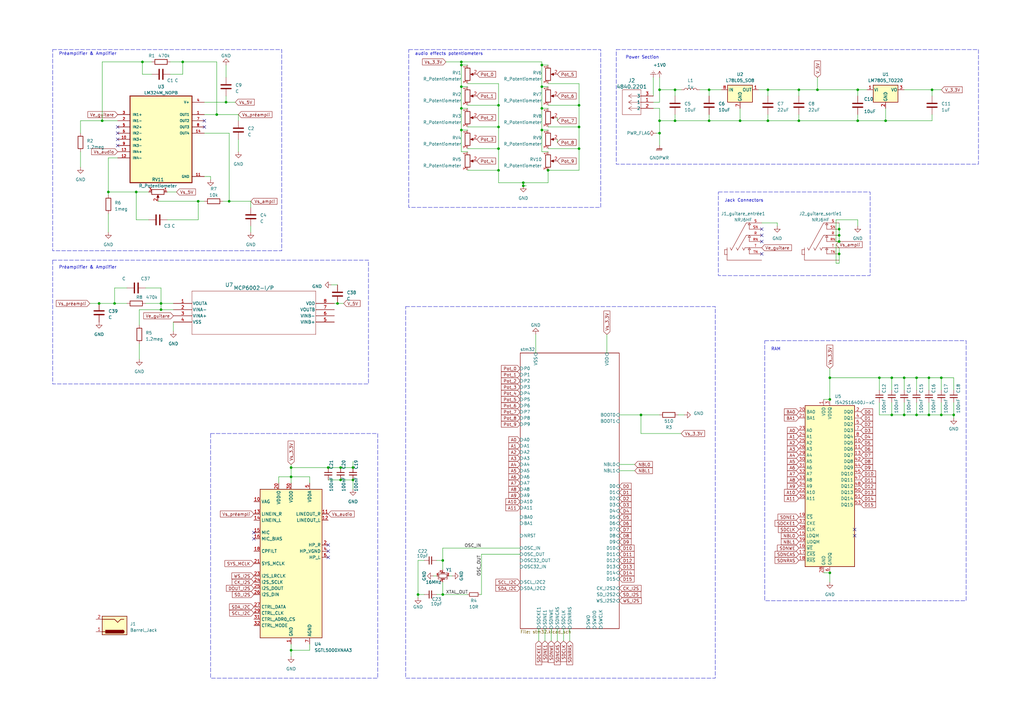
<source format=kicad_sch>
(kicad_sch (version 20230121) (generator eeschema)
  (paper "A3")
  (title_block (title "Schéma electrique de la pédale multi-effets") (date "2023-10-17") (company "PME - ENSEA") (comment 1 "Camille LANFREDI") (comment 2 "Jolan Thomasset") (comment 3 "Luca Crosetto"))
  (lib_symbols
    (symbol "2023-11-07_21-38-13:MCP6002-I_P" (pin_names (offset 0.254))
      (property "Reference" "U" (at 33.02 10.16 0))
      (property "Value" "MCP6002-I/P" (at 33.02 7.62 0))
      (symbol "MCP6002-I_P_0_1"
        (pin unspecified line (at 0 0 0) (length 7.62) (name "VOUTA") (number "1"))
        (pin unspecified line (at 0 -2.54 0) (length 7.62) (name "VINA-") (number "2"))
        (pin unspecified line (at 0 -5.08 0) (length 7.62) (name "VINA+") (number "3"))
        (pin unspecified line (at 0 -7.62 0) (length 7.62) (name "VSS") (number "4"))
        (pin unspecified line (at 66.04 -7.62 180) (length 7.62) (name "VINB+") (number "5"))
        (pin unspecified line (at 66.04 -5.08 180) (length 7.62) (name "VINB-") (number "6"))
        (pin unspecified line (at 66.04 -2.54 180) (length 7.62) (name "VOUTB") (number "7"))
        (pin unspecified line (at 66.04 0 180) (length 7.62) (name "VDD") (number "8"))
      )
    )
    (symbol "2023-11-07_22-49-07:4840.2201" (pin_names (offset 0.254))
      (property "Reference" "J" (at 8.89 6.35 0))
      (property "Value" "4840.2201" (at 0 0 0))
      (symbol "4840.2201_1_1"
        (pin unspecified line (at 0 -2.54 0) (length 5.08) (name "1") (number "1"))
        (pin unspecified line (at 0 0 0) (length 5.08) (name "2") (number "2"))
        (pin unspecified line (at 0 -5.08 0) (length 5.08) (name "3") (number "3"))
      )
      (symbol "4840.2201_1_2"
        (pin unspecified line (at 0 -2.54 0) (length 5.08) (name "1") (number "1"))
        (pin unspecified line (at 0 0 0) (length 5.08) (name "2") (number "2"))
        (pin unspecified line (at 0 -5.08 0) (length 5.08) (name "3") (number "3"))
      )
    )
    (symbol "Audio:SGTL5000XNAA3"
      (property "Reference" "U" (at 0 0 0))
      (property "Value" "SGTL5000XNAA3" (at -7.62 -31.75 0))
      (symbol "SGTL5000XNAA3_1_1"
        (pin power_in line (at 0 -33.02 90) (length 2.54) (name "GND") (number "1"))
        (pin passive line (at -15.24 25.4 0) (length 2.54) (name "VAG") (number "10"))
        (pin output line (at 15.24 20.32 180) (length 2.54) (name "LINEOUT_R") (number "11"))
        (pin output line (at 15.24 17.78 180) (length 2.54) (name "LINEOUT_L") (number "12"))
        (pin input line (at -15.24 20.32 0) (length 2.54) (name "LINEIN_R") (number "13"))
        (pin input line (at -15.24 17.78 0) (length 2.54) (name "LINEIN_L") (number "14"))
        (pin input line (at -15.24 12.7 0) (length 2.54) (name "MIC") (number "15"))
        (pin input line (at -15.24 10.16 0) (length 2.54) (name "MIC_BIAS") (number "16"))
        (pin no_connect line (at 10.16 -20.32 0) (length 2.54) hide (name "NC") (number "17"))
        (pin input line (at -15.24 5.08 0) (length 2.54) (name "CPFILT") (number "18"))
        (pin no_connect line (at 10.16 -2.54 0) (length 2.54) hide (name "NC") (number "19"))
        (pin output line (at 15.24 7.62 180) (length 2.54) (name "HP_R") (number "2"))
        (pin power_in line (at -5.08 33.02 270) (length 2.54) (name "VDDIO") (number "20"))
        (pin input line (at -15.24 0 0) (length 2.54) (name "SYS_MCLK") (number "21"))
        (pin no_connect line (at 10.16 -5.08 0) (length 2.54) hide (name "NC") (number "22"))
        (pin input line (at -15.24 -5.08 0) (length 2.54) (name "I2S_LRCLK") (number "23"))
        (pin input line (at -15.24 -7.62 0) (length 2.54) (name "I2S_SCLK") (number "24"))
        (pin output line (at -15.24 -10.16 0) (length 2.54) (name "I2S_DOUT") (number "25"))
        (pin input line (at -15.24 -12.7 0) (length 2.54) (name "I2S_DIN") (number "26"))
        (pin input line (at -15.24 -17.78 0) (length 2.54) (name "CTRL_DATA") (number "27"))
        (pin no_connect line (at 10.16 -7.62 0) (length 2.54) hide (name "NC") (number "28"))
        (pin input line (at -15.24 -20.32 0) (length 2.54) (name "CTRL_CLK") (number "29"))
        (pin passive line (at 0 -33.02 90) (length 2.54) hide (name "GND") (number "3"))
        (pin power_in line (at 0 33.02 270) (length 2.54) (name "VDDD") (number "30"))
        (pin input line (at -15.24 -22.86 0) (length 2.54) (name "CTRL_ADR0_CS") (number "31"))
        (pin input line (at -15.24 -25.4 0) (length 2.54) (name "CTRL_MODE") (number "32"))
        (pin passive line (at 0 -33.02 90) (length 2.54) hide (name "GND") (number "33"))
        (pin power_out line (at 15.24 5.08 180) (length 2.54) (name "HP_VGND") (number "4"))
        (pin power_in line (at 7.62 33.02 270) (length 2.54) (name "VDDA") (number "5"))
        (pin output line (at 15.24 2.54 180) (length 2.54) (name "HP_L") (number "6"))
        (pin power_in line (at 7.62 -33.02 90) (length 2.54) (name "AGND") (number "7"))
        (pin no_connect line (at 10.16 -15.24 0) (length 2.54) hide (name "NC") (number "8"))
        (pin no_connect line (at 10.16 -17.78 0) (length 2.54) hide (name "NC") (number "9"))
      )
    )
    (symbol "Connector:Barrel_Jack" (pin_names (offset 1.016))
      (property "Reference" "J" (at 0 5.334 0))
      (property "Value" "Barrel_Jack" (at 0 -5.08 0))
      (symbol "Barrel_Jack_1_1"
        (pin passive line (at 7.62 2.54 180) (length 2.54) (name "~") (number "1"))
        (pin passive line (at 7.62 -2.54 180) (length 2.54) (name "~") (number "2"))
      )
    )
    (symbol "Device:C" (pin_numbers hide) (pin_names (offset 0.254))
      (property "Reference" "C" (at 0.635 2.54 0))
      (property "Value" "C" (at 0.635 -2.54 0))
      (symbol "C_1_1"
        (pin passive line (at 0 3.81 270) (length 2.794) (name "~") (number "1"))
        (pin passive line (at 0 -3.81 90) (length 2.794) (name "~") (number "2"))
      )
    )
    (symbol "Device:C_Small" (pin_numbers hide) (pin_names (offset 0.254) hide)
      (property "Reference" "C" (at 0.254 1.778 0))
      (property "Value" "C_Small" (at 0.254 -2.032 0))
      (symbol "C_Small_1_1"
        (pin passive line (at 0 2.54 270) (length 2.032) (name "~") (number "1"))
        (pin passive line (at 0 -2.54 90) (length 2.032) (name "~") (number "2"))
      )
    )
    (symbol "Device:Crystal_GND24_Small" (pin_names (offset 1.016) hide)
      (property "Reference" "Y" (at 1.27 4.445 0))
      (property "Value" "Crystal_GND24_Small" (at 1.27 2.54 0))
      (symbol "Crystal_GND24_Small_1_1"
        (pin passive line (at -2.54 0 0) (length 1.27) (name "1") (number "1"))
        (pin passive line (at 0 -2.54 90) (length 0.635) (name "2") (number "2"))
        (pin passive line (at 2.54 0 180) (length 1.27) (name "3") (number "3"))
        (pin passive line (at 0 2.54 270) (length 0.635) (name "4") (number "4"))
      )
    )
    (symbol "Device:L" (pin_numbers hide) (pin_names (offset 1.016) hide)
      (property "Reference" "L" (at -1.27 0 90))
      (property "Value" "L" (at 1.905 0 90))
      (symbol "L_1_1"
        (pin passive line (at 0 3.81 270) (length 1.27) (name "1") (number "1"))
        (pin passive line (at 0 -3.81 90) (length 1.27) (name "2") (number "2"))
      )
    )
    (symbol "Device:R" (pin_numbers hide) (pin_names (offset 0))
      (property "Reference" "R" (at 2.032 0 90))
      (property "Value" "R" (at 0 0 90))
      (symbol "R_1_1"
        (pin passive line (at 0 3.81 270) (length 1.27) (name "~") (number "1"))
        (pin passive line (at 0 -3.81 90) (length 1.27) (name "~") (number "2"))
      )
    )
    (symbol "Device:R_Potentiometer" (pin_names (offset 1.016) hide)
      (property "Reference" "RV" (at -4.445 0 90))
      (property "Value" "R_Potentiometer" (at -2.54 0 90))
      (symbol "R_Potentiometer_1_1"
        (pin passive line (at 0 3.81 270) (length 1.27) (name "1") (number "1"))
        (pin passive line (at 3.81 0 180) (length 1.27) (name "2") (number "2"))
        (pin passive line (at 0 -3.81 90) (length 1.27) (name "3") (number "3"))
      )
    )
    (symbol "Device:R_Small" (pin_numbers hide) (pin_names (offset 0.254) hide)
      (property "Reference" "R" (at 0.762 0.508 0))
      (property "Value" "R_Small" (at 0.762 -1.016 0))
      (symbol "R_Small_1_1"
        (pin passive line (at 0 2.54 270) (length 0.762) (name "~") (number "1"))
        (pin passive line (at 0 -2.54 90) (length 0.762) (name "~") (number "2"))
      )
    )
    (symbol "LM324M_NOPB:LM324M_NOPB" (pin_names (offset 1.016))
      (property "Reference" "U" (at -12.7 18.78 0))
      (property "Value" "LM324M_NOPB" (at -12.7 -21.78 0))
      (symbol "LM324M_NOPB_0_0"
        (pin output line (at 17.78 10.16 180) (length 5.08) (name "OUT1") (number "1"))
        (pin input line (at -17.78 0 0) (length 5.08) (name "IN3+") (number "10"))
        (pin power_in line (at 17.78 -15.24 180) (length 5.08) (name "GND") (number "11"))
        (pin input line (at -17.78 -7.62 0) (length 5.08) (name "IN4-") (number "12"))
        (pin input line (at -17.78 -5.08 0) (length 5.08) (name "IN4+") (number "13"))
        (pin output line (at 17.78 2.54 180) (length 5.08) (name "OUT4") (number "14"))
        (pin input line (at -17.78 7.62 0) (length 5.08) (name "IN1-") (number "2"))
        (pin input line (at -17.78 10.16 0) (length 5.08) (name "IN1+") (number "3"))
        (pin power_in line (at 17.78 15.24 180) (length 5.08) (name "V+") (number "4"))
        (pin input line (at -17.78 5.08 0) (length 5.08) (name "IN2+") (number "5"))
        (pin input line (at -17.78 2.54 0) (length 5.08) (name "IN2-") (number "6"))
        (pin output line (at 17.78 7.62 180) (length 5.08) (name "OUT2") (number "7"))
        (pin output line (at 17.78 5.08 180) (length 5.08) (name "OUT3") (number "8"))
        (pin input line (at -17.78 -2.54 0) (length 5.08) (name "IN3-") (number "9"))
      )
    )
    (symbol "Memory_RAM:IS42S16400J-xC"
      (property "Reference" "U" (at -8.89 34.29 0))
      (property "Value" "IS42S16400J-xC" (at 8.89 34.29 0))
      (symbol "IS42S16400J-xC_1_1"
        (pin power_in line (at -2.54 35.56 270) (length 2.54) (name "VDD") (number "1"))
        (pin bidirectional line (at 12.7 17.78 180) (length 2.54) (name "DQ5") (number "10"))
        (pin bidirectional line (at 12.7 15.24 180) (length 2.54) (name "DQ6") (number "11"))
        (pin passive line (at 0 -35.56 90) (length 2.54) hide (name "GNDQ") (number "12"))
        (pin bidirectional line (at 12.7 12.7 180) (length 2.54) (name "DQ7") (number "13"))
        (pin passive line (at -2.54 35.56 270) (length 2.54) hide (name "VDD") (number "14"))
        (pin input line (at -12.7 -20.32 0) (length 2.54) (name "LDQM") (number "15"))
        (pin input line (at -12.7 -25.4 0) (length 2.54) (name "~{WE}") (number "16"))
        (pin input line (at -12.7 -27.94 0) (length 2.54) (name "~{CAS}") (number "17"))
        (pin input line (at -12.7 -30.48 0) (length 2.54) (name "~{RAS}") (number "18"))
        (pin input line (at -12.7 -12.7 0) (length 2.54) (name "~{CS}") (number "19"))
        (pin bidirectional line (at 12.7 30.48 180) (length 2.54) (name "DQ0") (number "2"))
        (pin input line (at -12.7 30.48 0) (length 2.54) (name "BA0") (number "20"))
        (pin input line (at -12.7 27.94 0) (length 2.54) (name "BA1") (number "21"))
        (pin input line (at -12.7 -2.54 0) (length 2.54) (name "A10") (number "22"))
        (pin input line (at -12.7 22.86 0) (length 2.54) (name "A0") (number "23"))
        (pin input line (at -12.7 20.32 0) (length 2.54) (name "A1") (number "24"))
        (pin input line (at -12.7 17.78 0) (length 2.54) (name "A2") (number "25"))
        (pin input line (at -12.7 15.24 0) (length 2.54) (name "A3") (number "26"))
        (pin passive line (at -2.54 35.56 270) (length 2.54) hide (name "VDD") (number "27"))
        (pin power_in line (at -2.54 -35.56 90) (length 2.54) (name "GND") (number "28"))
        (pin input line (at -12.7 12.7 0) (length 2.54) (name "A4") (number "29"))
        (pin power_in line (at 0 35.56 270) (length 2.54) (name "VDDQ") (number "3"))
        (pin input line (at -12.7 10.16 0) (length 2.54) (name "A5") (number "30"))
        (pin input line (at -12.7 7.62 0) (length 2.54) (name "A6") (number "31"))
        (pin input line (at -12.7 5.08 0) (length 2.54) (name "A7") (number "32"))
        (pin input line (at -12.7 2.54 0) (length 2.54) (name "A8") (number "33"))
        (pin input line (at -12.7 0 0) (length 2.54) (name "A9") (number "34"))
        (pin input line (at -12.7 -5.08 0) (length 2.54) (name "A11") (number "35"))
        (pin no_connect line (at 10.16 -17.78 180) (length 2.54) hide (name "NC") (number "36"))
        (pin input line (at -12.7 -15.24 0) (length 2.54) (name "CKE") (number "37"))
        (pin input line (at -12.7 -17.78 0) (length 2.54) (name "CLK") (number "38"))
        (pin input line (at -12.7 -22.86 0) (length 2.54) (name "UDQM") (number "39"))
        (pin bidirectional line (at 12.7 27.94 180) (length 2.54) (name "DQ1") (number "4"))
        (pin no_connect line (at 10.16 -20.32 180) (length 2.54) hide (name "NC") (number "40"))
        (pin passive line (at -2.54 -35.56 90) (length 2.54) hide (name "GND") (number "41"))
        (pin bidirectional line (at 12.7 10.16 180) (length 2.54) (name "DQ8") (number "42"))
        (pin passive line (at 0 35.56 270) (length 2.54) hide (name "VDDQ") (number "43"))
        (pin bidirectional line (at 12.7 7.62 180) (length 2.54) (name "DQ9") (number "44"))
        (pin bidirectional line (at 12.7 5.08 180) (length 2.54) (name "DQ10") (number "45"))
        (pin passive line (at 0 -35.56 90) (length 2.54) hide (name "GNDQ") (number "46"))
        (pin bidirectional line (at 12.7 2.54 180) (length 2.54) (name "DQ11") (number "47"))
        (pin bidirectional line (at 12.7 0 180) (length 2.54) (name "DQ12") (number "48"))
        (pin passive line (at 0 35.56 270) (length 2.54) hide (name "VDDQ") (number "49"))
        (pin bidirectional line (at 12.7 25.4 180) (length 2.54) (name "DQ2") (number "5"))
        (pin bidirectional line (at 12.7 -2.54 180) (length 2.54) (name "DQ13") (number "50"))
        (pin bidirectional line (at 12.7 -5.08 180) (length 2.54) (name "DQ14") (number "51"))
        (pin passive line (at 0 -35.56 90) (length 2.54) hide (name "GNDQ") (number "52"))
        (pin bidirectional line (at 12.7 -7.62 180) (length 2.54) (name "DQ15") (number "53"))
        (pin passive line (at -2.54 -35.56 90) (length 2.54) hide (name "GND") (number "54"))
        (pin power_in line (at 0 -35.56 90) (length 2.54) (name "GNDQ") (number "6"))
        (pin bidirectional line (at 12.7 22.86 180) (length 2.54) (name "DQ3") (number "7"))
        (pin bidirectional line (at 12.7 20.32 180) (length 2.54) (name "DQ4") (number "8"))
        (pin passive line (at 0 35.56 270) (length 2.54) hide (name "VDDQ") (number "9"))
      )
    )
    (symbol "NRJ6HF:NRJ6HF" (pin_names (offset 1.016))
      (property "Reference" "J" (at -4.0676 9.4019 0))
      (property "Value" "NRJ6HF" (at -4.0738 -10.9367 0))
      (symbol "NRJ6HF_0_0"
        (pin passive line (at 7.62 2.54 180) (length 5.08) (name "~") (number "R"))
        (pin passive line (at 7.62 0 180) (length 5.08) (name "~") (number "RN"))
        (pin passive line (at 7.62 7.62 180) (length 5.08) (name "~") (number "S"))
        (pin passive line (at 7.62 5.08 180) (length 5.08) (name "~") (number "SN"))
        (pin passive line (at 7.62 -2.54 180) (length 5.08) (name "~") (number "T"))
        (pin passive line (at 7.62 -5.08 180) (length 5.08) (name "~") (number "TN"))
      )
    )
    (symbol "Regulator_Linear:L78L05_SO8" (pin_names (offset 0.254))
      (property "Reference" "U" (at -3.81 3.175 0))
      (property "Value" "L78L05_SO8" (at 0 3.175 0))
      (symbol "L78L05_SO8_1_1"
        (pin power_out line (at 7.62 0 180) (length 2.54) (name "OUT") (number "1"))
        (pin passive line (at 0 -7.62 90) (length 2.54) hide (name "GND") (number "2"))
        (pin passive line (at 0 -7.62 90) (length 2.54) hide (name "GND") (number "3"))
        (pin no_connect line (at -5.08 -2.54 0) (length 2.54) hide (name "NC") (number "4"))
        (pin no_connect line (at 5.08 -2.54 180) (length 2.54) hide (name "NC") (number "5"))
        (pin passive line (at 0 -7.62 90) (length 2.54) hide (name "GND") (number "6"))
        (pin power_in line (at 0 -7.62 90) (length 2.54) (name "GND") (number "7"))
        (pin power_in line (at -7.62 0 0) (length 2.54) (name "IN") (number "8"))
      )
    )
    (symbol "Regulator_Linear:LM7805_TO220" (pin_names (offset 0.254))
      (property "Reference" "U" (at -3.81 3.175 0))
      (property "Value" "LM7805_TO220" (at 0 3.175 0))
      (symbol "LM7805_TO220_1_1"
        (pin power_in line (at -7.62 0 0) (length 2.54) (name "VI") (number "1"))
        (pin power_in line (at 0 -7.62 90) (length 2.54) (name "GND") (number "2"))
        (pin power_out line (at 7.62 0 180) (length 2.54) (name "VO") (number "3"))
      )
    )
    (symbol "power:+1V0" (power) (pin_names (offset 0))
      (property "Value" "+1V0" (at 0 3.556 0))
      (symbol "+1V0_1_1"
        (pin power_in line (at 0 0 90) (length 0) hide (name "+1V0") (number "1"))
      )
    )
    (symbol "power:Earth" (power) (pin_names (offset 0))
      (symbol "Earth_1_1"
        (pin power_in line (at 0 0 270) (length 0) hide (name "Earth") (number "1"))
      )
    )
    (symbol "power:GND" (power) (pin_names (offset 0))
      (property "Value" "GND" (at 0 -3.81 0))
      (symbol "GND_1_1"
        (pin power_in line (at 0 0 270) (length 0) hide (name "GND") (number "1"))
      )
    )
    (symbol "power:GNDPWR" (power) (pin_names (offset 0))
      (property "Value" "GNDPWR" (at 0 -3.302 0))
      (symbol "GNDPWR_1_1"
        (pin power_in line (at 0 0 270) (length 0) hide (name "GNDPWR") (number "1"))
      )
    )
    (symbol "power:PWR_FLAG" (power) (pin_numbers hide) (pin_names (offset 0) hide)
      (property "Value" "PWR_FLAG" (at 0 3.81 0))
      (symbol "PWR_FLAG_0_0"
        (pin power_out line (at 0 0 90) (length 0) (name "pwr") (number "1"))
      )
    )
  )
  (junction (at 391.16 170.18))
  (junction (at 340.36 154.94))
  (junction (at 189.23 25.4))
  (junction (at 40.64 124.46))
  (junction (at 55.88 78.74))
  (junction (at 351.79 49.53))
  (junction (at 365.76 154.94))
  (junction (at 314.96 49.53))
  (junction (at 74.93 25.4))
  (junction (at 224.79 69.85))
  (junction (at 290.83 49.53))
  (junction (at 204.47 43.18))
  (junction (at 119.38 266.7))
  (junction (at 237.49 43.18))
  (junction (at 386.08 170.18))
  (junction (at 189.23 26.67))
  (junction (at 119.38 195.58))
  (junction (at 290.83 36.83))
  (junction (at 189.23 53.34))
  (junction (at 327.66 49.53))
  (junction (at 270.51 49.53))
  (junction (at 66.04 127))
  (junction (at 360.68 154.94))
  (junction (at 327.66 36.83))
  (junction (at 189.23 35.56))
  (junction (at 344.17 93.98))
  (junction (at 44.45 78.74))
  (junction (at 340.36 163.83))
  (junction (at 270.51 36.83))
  (junction (at 222.25 53.34))
  (junction (at 303.53 49.53))
  (junction (at 139.7 191.77))
  (junction (at 222.25 35.56))
  (junction (at 93.98 82.55))
  (junction (at 204.47 52.07))
  (junction (at 66.04 124.46))
  (junction (at 314.96 36.83))
  (junction (at 344.17 96.52))
  (junction (at 270.51 54.61))
  (junction (at 204.47 69.85))
  (junction (at 81.28 82.55))
  (junction (at 370.84 170.18))
  (junction (at 214.63 74.93))
  (junction (at 340.36 234.95))
  (junction (at 344.17 99.06))
  (junction (at 134.62 191.77))
  (junction (at 370.84 154.94))
  (junction (at 365.76 170.18))
  (junction (at 237.49 60.96))
  (junction (at 171.45 243.84))
  (junction (at 351.79 36.83))
  (junction (at 222.25 26.67))
  (junction (at 363.22 49.53))
  (junction (at 276.86 36.83))
  (junction (at 144.78 191.77))
  (junction (at 381 154.94))
  (junction (at 58.42 25.4))
  (junction (at 138.43 124.46))
  (junction (at 344.17 104.14))
  (junction (at 382.27 36.83))
  (junction (at 386.08 154.94))
  (junction (at 381 170.18))
  (junction (at 375.92 154.94))
  (junction (at 262.89 170.18))
  (junction (at 88.9 46.99))
  (junction (at 214.63 76.2))
  (junction (at 181.61 229.87))
  (junction (at 139.7 196.85))
  (junction (at 189.23 44.45))
  (junction (at 237.49 52.07))
  (junction (at 144.78 196.85))
  (junction (at 375.92 170.18))
  (junction (at 335.28 36.83))
  (junction (at 41.91 49.53))
  (junction (at 119.38 191.77))
  (junction (at 92.71 41.91))
  (junction (at 46.99 124.46))
  (junction (at 204.47 60.96))
  (junction (at 276.86 49.53))
  (junction (at 181.61 243.84))
  (junction (at 222.25 44.45))
  (no_connect (at 83.82 49.53))
  (no_connect (at 350.52 217.17))
  (no_connect (at 104.14 218.44))
  (no_connect (at 312.42 99.06))
  (no_connect (at 350.52 219.71))
  (no_connect (at 48.26 54.61))
  (no_connect (at 312.42 93.98))
  (no_connect (at 312.42 104.14))
  (no_connect (at 104.14 220.98))
  (no_connect (at 48.26 57.15))
  (no_connect (at 134.62 228.6))
  (no_connect (at 48.26 52.07))
  (no_connect (at 312.42 96.52))
  (no_connect (at 134.62 226.06))
  (no_connect (at 48.26 59.69))
  (no_connect (at 83.82 52.07))
  (no_connect (at 134.62 223.52))
  (wire (pts (xy 144.78 189.23) (xy 144.78 191.77)))
  (wire (pts (xy 88.9 25.4) (xy 88.9 46.99)))
  (wire (pts (xy 391.16 170.18) (xy 391.16 165.1)))
  (wire (pts (xy 66.04 124.46) (xy 71.12 124.46)))
  (wire (pts (xy 72.39 78.74) (xy 68.58 78.74)))
  (wire (pts (xy 119.38 266.7) (xy 127 266.7)))
  (wire (pts (xy 228.6 57.15) (xy 228.6 58.42)))
  (wire (pts (xy 59.69 124.46) (xy 66.04 124.46)))
  (wire (pts (xy 134.62 196.85) (xy 139.7 196.85)))
  (wire (pts (xy 127 264.16) (xy 127 266.7)))
  (wire (pts (xy 93.98 54.61) (xy 93.98 82.55)))
  (wire (pts (xy 290.83 46.99) (xy 290.83 49.53)))
  (wire (pts (xy 276.86 36.83) (xy 276.86 39.37)))
  (wire (pts (xy 327.66 36.83) (xy 327.66 39.37)))
  (wire (pts (xy 360.68 154.94) (xy 360.68 160.02)))
  (wire (pts (xy 71.12 127) (xy 66.04 127)))
  (wire (pts (xy 189.23 44.45) (xy 189.23 53.34)))
  (wire (pts (xy 204.47 34.29) (xy 204.47 43.18)))
  (wire (pts (xy 92.71 39.37) (xy 92.71 41.91)))
  (wire (pts (xy 391.16 160.02) (xy 391.16 154.94)))
  (wire (pts (xy 189.23 25.4) (xy 189.23 26.67)))
  (wire (pts (xy 92.71 41.91) (xy 96.52 41.91)))
  (wire (pts (xy 92.71 26.67) (xy 92.71 31.75)))
  (wire (pts (xy 381 154.94) (xy 381 160.02)))
  (wire (pts (xy 318.77 91.44) (xy 318.77 92.71)))
  (wire (pts (xy 344.17 99.06) (xy 344.17 96.52)))
  (wire (pts (xy 69.85 30.48) (xy 74.93 30.48)))
  (wire (pts (xy 335.28 36.83) (xy 351.79 36.83)))
  (wire (pts (xy 270.51 49.53) (xy 270.51 54.61)))
  (wire (pts (xy 262.89 177.8) (xy 279.4 177.8)))
  (wire (pts (xy 270.51 36.83) (xy 270.51 41.91)))
  (wire (pts (xy 342.9 99.06) (xy 344.17 99.06)))
  (wire (pts (xy 382.27 36.83) (xy 382.27 39.37)))
  (wire (pts (xy 191.77 43.18) (xy 204.47 43.18)))
  (wire (pts (xy 303.53 49.53) (xy 290.83 49.53)))
  (wire (pts (xy 135.89 116.84) (xy 138.43 116.84)))
  (wire (pts (xy 44.45 64.77) (xy 44.45 78.74)))
  (wire (pts (xy 204.47 52.07) (xy 191.77 52.07)))
  (wire (pts (xy 58.42 25.4) (xy 62.23 25.4)))
  (wire (pts (xy 314.96 36.83) (xy 314.96 39.37)))
  (wire (pts (xy 57.15 127) (xy 57.15 133.35)))
  (wire (pts (xy 46.99 118.11) (xy 52.07 118.11)))
  (wire (pts (xy 46.99 118.11) (xy 46.99 124.46)))
  (wire (pts (xy 290.83 36.83) (xy 295.91 36.83)))
  (wire (pts (xy 224.79 34.29) (xy 237.49 34.29)))
  (wire (pts (xy 327.66 36.83) (xy 335.28 36.83)))
  (wire (pts (xy 69.85 25.4) (xy 74.93 25.4)))
  (wire (pts (xy 114.3 195.58) (xy 114.3 198.12)))
  (wire (pts (xy 71.12 132.08) (xy 71.12 135.89)))
  (wire (pts (xy 381 154.94) (xy 375.92 154.94)))
  (wire (pts (xy 237.49 60.96) (xy 237.49 69.85)))
  (wire (pts (xy 191.77 53.34) (xy 189.23 53.34)))
  (wire (pts (xy 204.47 60.96) (xy 191.77 60.96)))
  (wire (pts (xy 139.7 191.77) (xy 144.78 191.77)))
  (wire (pts (xy 66.04 127) (xy 66.04 124.46)))
  (wire (pts (xy 351.79 36.83) (xy 351.79 39.37)))
  (wire (pts (xy 91.44 82.55) (xy 93.98 82.55)))
  (wire (pts (xy 40.64 124.46) (xy 46.99 124.46)))
  (wire (pts (xy 55.88 90.17) (xy 55.88 78.74)))
  (wire (pts (xy 382.27 46.99) (xy 382.27 49.53)))
  (wire (pts (xy 224.79 35.56) (xy 222.25 35.56)))
  (wire (pts (xy 93.98 82.55) (xy 102.87 82.55)))
  (wire (pts (xy 267.97 44.45) (xy 270.51 44.45)))
  (wire (pts (xy 237.49 60.96) (xy 224.79 60.96)))
  (wire (pts (xy 97.79 46.99) (xy 97.79 49.53)))
  (wire (pts (xy 191.77 44.45) (xy 189.23 44.45)))
  (wire (pts (xy 214.63 76.2) (xy 214.63 74.93)))
  (wire (pts (xy 66.04 118.11) (xy 66.04 124.46)))
  (wire (pts (xy 314.96 49.53) (xy 327.66 49.53)))
  (wire (pts (xy 344.17 107.95) (xy 344.17 104.14)))
  (wire (pts (xy 204.47 52.07) (xy 204.47 60.96)))
  (wire (pts (xy 179.07 229.87) (xy 181.61 229.87)))
  (wire (pts (xy 222.25 44.45) (xy 222.25 53.34)))
  (wire (pts (xy 119.38 190.5) (xy 119.38 191.77)))
  (wire (pts (xy 44.45 64.77) (xy 48.26 64.77)))
  (wire (pts (xy 381 165.1) (xy 381 170.18)))
  (wire (pts (xy 381 170.18) (xy 386.08 170.18)))
  (wire (pts (xy 55.88 78.74) (xy 60.96 78.74)))
  (wire (pts (xy 280.67 170.18) (xy 278.13 170.18)))
  (wire (pts (xy 342.9 107.95) (xy 344.17 107.95)))
  (wire (pts (xy 189.23 44.45) (xy 189.23 35.56)))
  (wire (pts (xy 226.06 257.81) (xy 226.06 262.89)))
  (wire (pts (xy 340.36 234.95) (xy 340.36 238.76)))
  (wire (pts (xy 237.49 43.18) (xy 237.49 52.07)))
  (wire (pts (xy 222.25 35.56) (xy 222.25 44.45)))
  (wire (pts (xy 181.61 229.87) (xy 181.61 233.68)))
  (wire (pts (xy 360.68 154.94) (xy 340.36 154.94)))
  (wire (pts (xy 237.49 34.29) (xy 237.49 43.18)))
  (wire (pts (xy 370.84 170.18) (xy 375.92 170.18)))
  (wire (pts (xy 351.79 36.83) (xy 355.6 36.83)))
  (wire (pts (xy 375.92 154.94) (xy 375.92 160.02)))
  (wire (pts (xy 222.25 44.45) (xy 224.79 44.45)))
  (wire (pts (xy 276.86 36.83) (xy 279.4 36.83)))
  (wire (pts (xy 97.79 57.15) (xy 97.79 62.23)))
  (wire (pts (xy 363.22 44.45) (xy 363.22 49.53)))
  (wire (pts (xy 351.79 90.17) (xy 351.79 92.71)))
  (wire (pts (xy 222.25 62.23) (xy 222.25 53.34)))
  (wire (pts (xy 119.38 191.77) (xy 134.62 191.77)))
  (wire (pts (xy 119.38 191.77) (xy 119.38 195.58)))
  (wire (pts (xy 102.87 82.55) (xy 102.87 85.09)))
  (wire (pts (xy 303.53 49.53) (xy 314.96 49.53)))
  (wire (pts (xy 233.68 257.81) (xy 233.68 262.89)))
  (wire (pts (xy 144.78 196.85) (xy 144.78 200.66)))
  (wire (pts (xy 363.22 49.53) (xy 382.27 49.53)))
  (wire (pts (xy 337.82 234.95) (xy 340.36 234.95)))
  (wire (pts (xy 189.23 53.34) (xy 189.23 62.23)))
  (wire (pts (xy 248.92 137.16) (xy 248.92 144.78)))
  (wire (pts (xy 33.02 49.53) (xy 41.91 49.53)))
  (wire (pts (xy 342.9 90.17) (xy 342.9 99.06)))
  (wire (pts (xy 270.51 54.61) (xy 269.24 54.61)))
  (wire (pts (xy 311.15 36.83) (xy 314.96 36.83)))
  (wire (pts (xy 189.23 35.56) (xy 191.77 35.56)))
  (wire (pts (xy 262.89 170.18) (xy 262.89 177.8)))
  (wire (pts (xy 370.84 154.94) (xy 370.84 160.02)))
  (wire (pts (xy 237.49 52.07) (xy 237.49 60.96)))
  (wire (pts (xy 204.47 69.85) (xy 204.47 74.93)))
  (wire (pts (xy 375.92 165.1) (xy 375.92 170.18)))
  (wire (pts (xy 41.91 25.4) (xy 41.91 49.53)))
  (wire (pts (xy 224.79 53.34) (xy 222.25 53.34)))
  (wire (pts (xy 340.36 154.94) (xy 340.36 163.83)))
  (wire (pts (xy 337.82 163.83) (xy 340.36 163.83)))
  (wire (pts (xy 68.58 90.17) (xy 81.28 90.17)))
  (wire (pts (xy 46.99 124.46) (xy 52.07 124.46)))
  (wire (pts (xy 189.23 26.67) (xy 189.23 35.56)))
  (wire (pts (xy 74.93 30.48) (xy 74.93 25.4)))
  (wire (pts (xy 44.45 78.74) (xy 55.88 78.74)))
  (wire (pts (xy 370.84 165.1) (xy 370.84 170.18)))
  (wire (pts (xy 267.97 41.91) (xy 270.51 41.91)))
  (wire (pts (xy 204.47 74.93) (xy 214.63 74.93)))
  (wire (pts (xy 335.28 31.75) (xy 335.28 36.83)))
  (wire (pts (xy 102.87 92.71) (xy 102.87 95.25)))
  (wire (pts (xy 134.62 191.77) (xy 139.7 191.77)))
  (wire (pts (xy 139.7 196.85) (xy 144.78 196.85)))
  (wire (pts (xy 220.98 257.81) (xy 220.98 262.89)))
  (wire (pts (xy 370.84 154.94) (xy 365.76 154.94)))
  (wire (pts (xy 222.25 25.4) (xy 189.23 25.4)))
  (wire (pts (xy 181.61 224.79) (xy 213.36 224.79)))
  (wire (pts (xy 204.47 60.96) (xy 204.47 69.85)))
  (wire (pts (xy 312.42 91.44) (xy 318.77 91.44)))
  (wire (pts (xy 140.97 124.46) (xy 138.43 124.46)))
  (wire (pts (xy 81.28 90.17) (xy 81.28 82.55)))
  (wire (pts (xy 60.96 90.17) (xy 55.88 90.17)))
  (wire (pts (xy 33.02 54.61) (xy 33.02 49.53)))
  (wire (pts (xy 254 193.04) (xy 260.35 193.04)))
  (wire (pts (xy 365.76 165.1) (xy 365.76 170.18)))
  (wire (pts (xy 83.82 54.61) (xy 93.98 54.61)))
  (wire (pts (xy 303.53 44.45) (xy 303.53 49.53)))
  (wire (pts (xy 270.51 54.61) (xy 270.51 59.69)))
  (wire (pts (xy 171.45 243.84) (xy 171.45 245.11)))
  (wire (pts (xy 342.9 100.33) (xy 342.9 107.95)))
  (wire (pts (xy 58.42 25.4) (xy 58.42 30.48)))
  (wire (pts (xy 386.08 154.94) (xy 381 154.94)))
  (wire (pts (xy 360.68 165.1) (xy 360.68 170.18)))
  (wire (pts (xy 119.38 266.7) (xy 119.38 269.24)))
  (wire (pts (xy 365.76 154.94) (xy 360.68 154.94)))
  (wire (pts (xy 228.6 257.81) (xy 228.6 262.89)))
  (wire (pts (xy 237.49 52.07) (xy 224.79 52.07)))
  (wire (pts (xy 59.69 118.11) (xy 66.04 118.11)))
  (wire (pts (xy 74.93 25.4) (xy 88.9 25.4)))
  (wire (pts (xy 88.9 46.99) (xy 97.79 46.99)))
  (wire (pts (xy 57.15 140.97) (xy 57.15 147.32)))
  (wire (pts (xy 204.47 43.18) (xy 204.47 52.07)))
  (wire (pts (xy 327.66 46.99) (xy 327.66 49.53)))
  (wire (pts (xy 86.36 72.39) (xy 86.36 73.66)))
  (wire (pts (xy 182.88 25.4) (xy 189.23 25.4)))
  (wire (pts (xy 254 170.18) (xy 262.89 170.18)))
  (wire (pts (xy 270.51 31.75) (xy 270.51 36.83)))
  (wire (pts (xy 237.49 43.18) (xy 224.79 43.18)))
  (wire (pts (xy 340.36 151.13) (xy 340.36 154.94)))
  (wire (pts (xy 177.8 236.22) (xy 179.07 236.22)))
  (wire (pts (xy 344.17 104.14) (xy 344.17 101.6)))
  (wire (pts (xy 197.485 227.33) (xy 197.485 243.84)))
  (wire (pts (xy 365.76 154.94) (xy 365.76 160.02)))
  (wire (pts (xy 41.91 25.4) (xy 58.42 25.4)))
  (wire (pts (xy 189.23 62.23) (xy 191.77 62.23)))
  (wire (pts (xy 222.25 26.67) (xy 222.25 35.56)))
  (wire (pts (xy 237.49 69.85) (xy 224.79 69.85)))
  (wire (pts (xy 382.27 36.83) (xy 370.84 36.83)))
  (wire (pts (xy 365.76 170.18) (xy 370.84 170.18)))
  (wire (pts (xy 351.79 46.99) (xy 351.79 49.53)))
  (wire (pts (xy 224.79 74.93) (xy 224.79 69.85)))
  (wire (pts (xy 181.61 243.84) (xy 191.77 243.84)))
  (wire (pts (xy 224.79 62.23) (xy 222.25 62.23)))
  (wire (pts (xy 223.52 257.81) (xy 223.52 262.89)))
  (wire (pts (xy 83.82 72.39) (xy 86.36 72.39)))
  (wire (pts (xy 344.17 96.52) (xy 344.17 93.98)))
  (wire (pts (xy 270.51 36.83) (xy 276.86 36.83)))
  (wire (pts (xy 276.86 46.99) (xy 276.86 49.53)))
  (wire (pts (xy 191.77 34.29) (xy 204.47 34.29)))
  (wire (pts (xy 342.9 90.17) (xy 351.79 90.17)))
  (wire (pts (xy 360.68 170.18) (xy 365.76 170.18)))
  (wire (pts (xy 119.38 195.58) (xy 114.3 195.58)))
  (wire (pts (xy 179.07 243.84) (xy 181.61 243.84)))
  (wire (pts (xy 375.92 154.94) (xy 370.84 154.94)))
  (wire (pts (xy 386.08 165.1) (xy 386.08 170.18)))
  (wire (pts (xy 83.82 41.91) (xy 92.71 41.91)))
  (wire (pts (xy 81.28 82.55) (xy 83.82 82.55)))
  (wire (pts (xy 290.83 49.53) (xy 276.86 49.53)))
  (wire (pts (xy 33.02 62.23) (xy 33.02 68.58)))
  (wire (pts (xy 58.42 30.48) (xy 62.23 30.48)))
  (wire (pts (xy 327.66 49.53) (xy 351.79 49.53)))
  (wire (pts (xy 214.63 74.93) (xy 224.79 74.93)))
  (wire (pts (xy 127 198.12) (xy 127 195.58)))
  (wire (pts (xy 375.92 170.18) (xy 381 170.18)))
  (wire (pts (xy 64.77 82.55) (xy 81.28 82.55)))
  (wire (pts (xy 181.61 238.76) (xy 181.61 243.84)))
  (wire (pts (xy 215.9 76.2) (xy 214.63 76.2)))
  (wire (pts (xy 171.45 243.84) (xy 173.99 243.84)))
  (wire (pts (xy 270.51 170.18) (xy 262.89 170.18)))
  (wire (pts (xy 276.86 49.53) (xy 270.51 49.53)))
  (wire (pts (xy 231.14 257.81) (xy 231.14 262.89)))
  (wire (pts (xy 254 190.5) (xy 260.35 190.5)))
  (wire (pts (xy 184.15 236.22) (xy 185.42 236.22)))
  (wire (pts (xy 386.08 170.18) (xy 391.16 170.18)))
  (wire (pts (xy 287.02 36.83) (xy 290.83 36.83)))
  (wire (pts (xy 36.83 124.46) (xy 40.64 124.46)))
  (wire (pts (xy 138.43 124.46) (xy 137.16 124.46)))
  (wire (pts (xy 191.77 26.67) (xy 189.23 26.67)))
  (wire (pts (xy 290.83 36.83) (xy 290.83 39.37)))
  (wire (pts (xy 119.38 264.16) (xy 119.38 266.7)))
  (wire (pts (xy 44.45 87.63) (xy 44.45 95.25)))
  (wire (pts (xy 171.45 229.87) (xy 173.99 229.87)))
  (wire (pts (xy 386.08 154.94) (xy 386.08 160.02)))
  (wire (pts (xy 391.16 170.18) (xy 391.16 171.45)))
  (wire (pts (xy 66.04 127) (xy 57.15 127)))
  (wire (pts (xy 44.45 78.74) (xy 44.45 80.01)))
  (wire (pts (xy 41.91 49.53) (xy 48.26 49.53)))
  (wire (pts (xy 314.96 46.99) (xy 314.96 49.53)))
  (wire (pts (xy 181.61 224.79) (xy 181.61 229.87)))
  (wire (pts (xy 83.82 46.99) (xy 88.9 46.99)))
  (wire (pts (xy 344.17 93.98) (xy 344.17 91.44)))
  (wire (pts (xy 119.38 198.12) (xy 119.38 195.58)))
  (wire (pts (xy 391.16 154.94) (xy 386.08 154.94)))
  (wire (pts (xy 382.27 36.83) (xy 386.08 36.83)))
  (wire (pts (xy 219.71 137.16) (xy 219.71 144.78)))
  (wire (pts (xy 228.6 48.26) (xy 228.6 49.53)))
  (wire (pts (xy 171.45 229.87) (xy 171.45 243.84)))
  (wire (pts (xy 204.47 69.85) (xy 191.77 69.85)))
  (wire (pts (xy 224.79 26.67) (xy 222.25 26.67)))
  (wire (pts (xy 270.51 44.45) (xy 270.51 49.53)))
  (wire (pts (xy 119.38 195.58) (xy 127 195.58)))
  (wire (pts (xy 222.25 26.67) (xy 222.25 25.4)))
  (wire (pts (xy 267.97 31.75) (xy 267.97 39.37)))
  (wire (pts (xy 197.485 243.84) (xy 196.85 243.84)))
  (wire (pts (xy 314.96 36.83) (xy 327.66 36.83)))
  (wire (pts (xy 197.485 227.33) (xy 213.36 227.33)))
  (wire (pts (xy 351.79 49.53) (xy 363.22 49.53)))
  (rectangle (start 86.36 177.8) (end 154.94 278.13) (stroke (width 0) (type dash)))
  (rectangle (start 252.73 20.32) (end 401.32 67.31) (stroke (width 0) (type dash)))
  (rectangle (start 21.59 106.68) (end 151.13 157.48) (stroke (width 0) (type dash)))
  (rectangle (start 21.59 20.32) (end 115.57 102.87) (stroke (width 0) (type dash)))
  (rectangle (start 167.64 20.32) (end 246.38 85.09) (stroke (width 0) (type dash)))
  (rectangle (start 313.69 139.7) (end 396.24 246.38) (stroke (width 0) (type dash)))
  (rectangle (start 166.37 125.73) (end 293.37 278.13) (stroke (width 0) (type dash)))
  (rectangle (start 294.64 78.74) (end 356.87 113.03) (stroke (width 0) (type dash)))
  (text "I2S DOUT :  transmettre les données audio numériques vers d'autres composants ou périphériques, comme des amplificateurs audio, des convertisseurs numérique-analogique (DAC), des processeurs de traitement audio, etc." (at -10.16 309.88 0) (effects (font (size 1.27 1.27)) (justify left bottom)))
  (text "RAM\n \n" (at 316.23 146.05 0) (effects (font (size 1.27 1.27)) (justify left bottom)))
  (text "Power Section\n\n\n\n" (at 256.54 30.48 0) (effects (font (size 1.27 1.27)) (justify left bottom)))
  (text "Préamplifier & Amplifier\n" (at 24.13 22.86 0) (effects (font (size 1.27 1.27)) (justify left bottom)))
  (text "Préamplifier & Amplifier\n" (at 24.13 110.49 0) (effects (font (size 1.27 1.27)) (justify left bottom)))
  (text "SYSMCLK est connecté a la clock du µP" (at -10.16 314.96 0) (effects (font (size 1.27 1.27)) (justify left bottom)))
  (text "audio effects potentiometers\n" (at 170.18 22.86 0) (effects (font (size 1.27 1.27)) (justify left bottom)))
  (text "Jack Connectors\n\n" (at 297.18 85.09 0) (effects (font (size 1.27 1.27)) (justify left bottom)))
  (label "OSC_IN" (at 190.5 224.79 0))
  (label "XTAL_OUT" (at 182.88 243.84 0))
  (label "OSC_OUT" (at 197.485 236.22 90))
  (global_label "Pot_5" (shape input) (at 213.36 163.83 180) (property "Intersheetrefs" "${INTERSHEET_REFS}" (effects hide)))
  (global_label "D0" (shape input) (at 353.06 168.91 0) (property "Intersheetrefs" "${INTERSHEET_REFS}" (effects hide)))
  (global_label "D10" (shape input) (at 254 224.79 0) (property "Intersheetrefs" "${INTERSHEET_REFS}" (effects hide)))
  (global_label "A4" (shape input) (at 327.66 186.69 180) (property "Intersheetrefs" "${INTERSHEET_REFS}" (effects hide)))
  (global_label "Pot_8" (shape input) (at 228.6 58.42 0) (property "Intersheetrefs" "${INTERSHEET_REFS}" (effects hide)))
  (global_label "A3" (shape input) (at 327.66 184.15 180) (property "Intersheetrefs" "${INTERSHEET_REFS}" (effects hide)))
  (global_label "D8" (shape input) (at 254 219.71 0) (property "Intersheetrefs" "${INTERSHEET_REFS}" (effects hide)))
  (global_label "D9" (shape input) (at 353.06 191.77 0) (property "Intersheetrefs" "${INTERSHEET_REFS}" (effects hide)))
  (global_label "D1" (shape input) (at 254 201.93 0) (property "Intersheetrefs" "${INTERSHEET_REFS}" (effects hide)))
  (global_label "NBL1" (shape input) (at 327.66 222.25 180) (property "Intersheetrefs" "${INTERSHEET_REFS}" (effects hide)))
  (global_label "A8" (shape input) (at 327.66 196.85 180) (property "Intersheetrefs" "${INTERSHEET_REFS}" (effects hide)))
  (global_label "SDA_I2C" (shape input) (at 104.14 248.92 180) (property "Intersheetrefs" "${INTERSHEET_REFS}" (effects hide)))
  (global_label "Pot_2" (shape input) (at 213.36 156.21 180) (property "Intersheetrefs" "${INTERSHEET_REFS}" (effects hide)))
  (global_label "SDCLK" (shape input) (at 327.66 217.17 180) (property "Intersheetrefs" "${INTERSHEET_REFS}" (effects hide)))
  (global_label "Pot_4" (shape input) (at 213.36 161.29 180) (property "Intersheetrefs" "${INTERSHEET_REFS}" (effects hide)))
  (global_label "D13" (shape input) (at 254 232.41 0) (property "Intersheetrefs" "${INTERSHEET_REFS}" (effects hide)))
  (global_label "D2" (shape input) (at 353.06 173.99 0) (property "Intersheetrefs" "${INTERSHEET_REFS}" (effects hide)))
  (global_label "D5" (shape input) (at 254 212.09 0) (property "Intersheetrefs" "${INTERSHEET_REFS}" (effects hide)))
  (global_label "SCL_I2C" (shape input) (at 104.14 251.46 180) (property "Intersheetrefs" "${INTERSHEET_REFS}" (effects hide)))
  (global_label "SDA_I2C" (shape input) (at 213.36 241.3 180) (property "Intersheetrefs" "${INTERSHEET_REFS}" (effects hide)))
  (global_label "Vs_3,3V" (shape input) (at 182.88 25.4 180) (property "Intersheetrefs" "${INTERSHEET_REFS}" (effects hide)))
  (global_label "D12" (shape input) (at 353.06 199.39 0) (property "Intersheetrefs" "${INTERSHEET_REFS}" (effects hide)))
  (global_label "D9" (shape input) (at 254 222.25 0) (property "Intersheetrefs" "${INTERSHEET_REFS}" (effects hide)))
  (global_label "D4" (shape input) (at 254 209.55 0) (property "Intersheetrefs" "${INTERSHEET_REFS}" (effects hide)))
  (global_label "A1" (shape input) (at 213.36 182.88 180) (property "Intersheetrefs" "${INTERSHEET_REFS}" (effects hide)))
  (global_label "NBL1" (shape input) (at 260.35 193.04 0) (property "Intersheetrefs" "${INTERSHEET_REFS}" (effects hide)))
  (global_label "Vs_audio" (shape input) (at 48.26 62.23 180) (property "Intersheetrefs" "${INTERSHEET_REFS}" (effects hide)))
  (global_label "Ve_guitare" (shape input) (at 48.26 46.99 180) (property "Intersheetrefs" "${INTERSHEET_REFS}" (effects hide)))
  (global_label "Vs_3,3V" (shape input) (at 279.4 177.8 0) (property "Intersheetrefs" "${INTERSHEET_REFS}" (effects hide)))
  (global_label "V_3,3V" (shape input) (at 386.08 36.83 0) (property "Intersheetrefs" "${INTERSHEET_REFS}" (effects hide)))
  (global_label "D2" (shape input) (at 254 204.47 0) (property "Intersheetrefs" "${INTERSHEET_REFS}" (effects hide)))
  (global_label "SYS_MCLK" (shape input) (at 104.14 231.14 180) (property "Intersheetrefs" "${INTERSHEET_REFS}" (effects hide)))
  (global_label "D13" (shape input) (at 353.06 201.93 0) (property "Intersheetrefs" "${INTERSHEET_REFS}" (effects hide)))
  (global_label "Vs_ampli" (shape input) (at 102.87 82.55 0) (property "Intersheetrefs" "${INTERSHEET_REFS}" (effects hide)))
  (global_label "NBL0" (shape input) (at 260.35 190.5 0) (property "Intersheetrefs" "${INTERSHEET_REFS}" (effects hide)))
  (global_label "A2" (shape input) (at 327.66 181.61 180) (property "Intersheetrefs" "${INTERSHEET_REFS}" (effects hide)))
  (global_label "Pot_7" (shape input) (at 213.36 168.91 180) (property "Intersheetrefs" "${INTERSHEET_REFS}" (effects hide)))
  (global_label "Pot_4" (shape input) (at 195.58 66.04 0) (property "Intersheetrefs" "${INTERSHEET_REFS}" (effects hide)))
  (global_label "NBL0" (shape input) (at 327.66 219.71 180) (property "Intersheetrefs" "${INTERSHEET_REFS}" (effects hide)))
  (global_label "SDNCAS" (shape input) (at 327.66 227.33 180) (property "Intersheetrefs" "${INTERSHEET_REFS}" (effects hide)))
  (global_label "Pot_1" (shape input) (at 195.58 39.37 0) (property "Intersheetrefs" "${INTERSHEET_REFS}" (effects hide)))
  (global_label "Vs_5V" (shape input) (at 72.39 78.74 0) (property "Intersheetrefs" "${INTERSHEET_REFS}" (effects hide)))
  (global_label "BA0" (shape input) (at 327.66 168.91 180) (property "Intersheetrefs" "${INTERSHEET_REFS}" (effects hide)))
  (global_label "SDNE1" (shape input) (at 327.66 212.09 180) (property "Intersheetrefs" "${INTERSHEET_REFS}" (effects hide)))
  (global_label "A1" (shape input) (at 327.66 179.07 180) (property "Intersheetrefs" "${INTERSHEET_REFS}" (effects hide)))
  (global_label "A3" (shape input) (at 213.36 187.96 180) (property "Intersheetrefs" "${INTERSHEET_REFS}" (effects hide)))
  (global_label "Vs_3,3V" (shape input) (at 119.38 190.5 90) (property "Intersheetrefs" "${INTERSHEET_REFS}" (effects hide)))
  (global_label "A0" (shape input) (at 213.36 180.34 180) (property "Intersheetrefs" "${INTERSHEET_REFS}" (effects hide)))
  (global_label "Vs_3,3V" (shape input) (at 248.92 137.16 90) (property "Intersheetrefs" "${INTERSHEET_REFS}" (effects hide)))
  (global_label "SDCKE1" (shape input) (at 327.66 214.63 180) (property "Intersheetrefs" "${INTERSHEET_REFS}" (effects hide)))
  (global_label "SDCLK" (shape input) (at 231.14 262.89 270) (property "Intersheetrefs" "${INTERSHEET_REFS}" (effects hide)))
  (global_label "Vs_préampli" (shape input) (at 104.14 210.82 180) (property "Intersheetrefs" "${INTERSHEET_REFS}" (effects hide)))
  (global_label "Ve_guitare" (shape input) (at 312.42 101.6 0) (property "Intersheetrefs" "${INTERSHEET_REFS}" (effects hide)))
  (global_label "D6" (shape input) (at 254 214.63 0) (property "Intersheetrefs" "${INTERSHEET_REFS}" (effects hide)))
  (global_label "WS_I2S" (shape input) (at 254 246.38 0) (property "Intersheetrefs" "${INTERSHEET_REFS}" (effects hide)))
  (global_label "D1" (shape input) (at 353.06 171.45 0) (property "Intersheetrefs" "${INTERSHEET_REFS}" (effects hide)))
  (global_label "A6" (shape input) (at 327.66 191.77 180) (property "Intersheetrefs" "${INTERSHEET_REFS}" (effects hide)))
  (global_label "A0" (shape input) (at 327.66 176.53 180) (property "Intersheetrefs" "${INTERSHEET_REFS}" (effects hide)))
  (global_label "Pot_0" (shape input) (at 213.36 151.13 180) (property "Intersheetrefs" "${INTERSHEET_REFS}" (effects hide)))
  (global_label "Pot_6" (shape input) (at 213.36 166.37 180) (property "Intersheetrefs" "${INTERSHEET_REFS}" (effects hide)))
  (global_label "Pot_9" (shape input) (at 213.36 173.99 180) (property "Intersheetrefs" "${INTERSHEET_REFS}" (effects hide)))
  (global_label "Vs_3,3V" (shape input) (at 340.36 151.13 90) (property "Intersheetrefs" "${INTERSHEET_REFS}" (effects hide)))
  (global_label "DOUT_I2S" (shape input) (at 104.14 241.3 180) (property "Intersheetrefs" "${INTERSHEET_REFS}" (effects hide)))
  (global_label "SDNE1" (shape input) (at 223.52 262.89 270) (property "Intersheetrefs" "${INTERSHEET_REFS}" (effects hide)))
  (global_label "Pot_2" (shape input) (at 195.58 48.26 0) (property "Intersheetrefs" "${INTERSHEET_REFS}" (effects hide)))
  (global_label "D11" (shape input) (at 254 227.33 0) (property "Intersheetrefs" "${INTERSHEET_REFS}" (effects hide)))
  (global_label "D7" (shape input) (at 254 217.17 0) (property "Intersheetrefs" "${INTERSHEET_REFS}" (effects hide)))
  (global_label "Vs_préampli" (shape input) (at 36.83 124.46 180) (property "Intersheetrefs" "${INTERSHEET_REFS}" (effects hide)))
  (global_label "A7" (shape input) (at 213.36 198.12 180) (property "Intersheetrefs" "${INTERSHEET_REFS}" (effects hide)))
  (global_label "D12" (shape input) (at 254 229.87 0) (property "Intersheetrefs" "${INTERSHEET_REFS}" (effects hide)))
  (global_label "D3" (shape input) (at 353.06 176.53 0) (property "Intersheetrefs" "${INTERSHEET_REFS}" (effects hide)))
  (global_label "SD_I2S" (shape input) (at 254 243.84 0) (property "Intersheetrefs" "${INTERSHEET_REFS}" (effects hide)))
  (global_label "D14" (shape input) (at 254 234.95 0) (property "Intersheetrefs" "${INTERSHEET_REFS}" (effects hide)))
  (global_label "A11" (shape input) (at 213.36 208.28 180) (property "Intersheetrefs" "${INTERSHEET_REFS}" (effects hide)))
  (global_label "CK_I2S" (shape input) (at 104.14 238.76 180) (property "Intersheetrefs" "${INTERSHEET_REFS}" (effects hide)))
  (global_label "A5" (shape input) (at 213.36 193.04 180) (property "Intersheetrefs" "${INTERSHEET_REFS}" (effects hide)))
  (global_label "Vs_ampli" (shape input) (at 342.9 100.33 0) (property "Intersheetrefs" "${INTERSHEET_REFS}" (effects hide)))
  (global_label "Pot_6" (shape input) (at 228.6 39.37 0) (property "Intersheetrefs" "${INTERSHEET_REFS}" (effects hide)))
  (global_label "SDNRAS" (shape input) (at 233.68 262.89 270) (property "Intersheetrefs" "${INTERSHEET_REFS}" (effects hide)))
  (global_label "SCL_I2C" (shape input) (at 213.36 238.76 180) (property "Intersheetrefs" "${INTERSHEET_REFS}" (effects hide)))
  (global_label "Pot_0" (shape input) (at 195.58 30.48 0) (property "Intersheetrefs" "${INTERSHEET_REFS}" (effects hide)))
  (global_label "Vs_préampli" (shape input) (at 97.79 46.99 0) (property "Intersheetrefs" "${INTERSHEET_REFS}" (effects hide)))
  (global_label "D7" (shape input) (at 353.06 186.69 0) (property "Intersheetrefs" "${INTERSHEET_REFS}" (effects hide)))
  (global_label "D6" (shape input) (at 353.06 184.15 0) (property "Intersheetrefs" "${INTERSHEET_REFS}" (effects hide)))
  (global_label "D0" (shape input) (at 254 199.39 0) (property "Intersheetrefs" "${INTERSHEET_REFS}" (effects hide)))
  (global_label "SDNWE" (shape input) (at 327.66 224.79 180) (property "Intersheetrefs" "${INTERSHEET_REFS}" (effects hide)))
  (global_label "A9" (shape input) (at 327.66 199.39 180) (property "Intersheetrefs" "${INTERSHEET_REFS}" (effects hide)))
  (global_label "Pot_8" (shape input) (at 213.36 171.45 180) (property "Intersheetrefs" "${INTERSHEET_REFS}" (effects hide)))
  (global_label "D5" (shape input) (at 353.06 181.61 0) (property "Intersheetrefs" "${INTERSHEET_REFS}" (effects hide)))
  (global_label "SDNWE" (shape input) (at 226.06 262.89 270) (property "Intersheetrefs" "${INTERSHEET_REFS}" (effects hide)))
  (global_label "A7" (shape input) (at 327.66 194.31 180) (property "Intersheetrefs" "${INTERSHEET_REFS}" (effects hide)))
  (global_label "D15" (shape input) (at 254 237.49 0) (property "Intersheetrefs" "${INTERSHEET_REFS}" (effects hide)))
  (global_label "SDNCAS" (shape input) (at 228.6 262.89 270) (property "Intersheetrefs" "${INTERSHEET_REFS}" (effects hide)))
  (global_label "D3" (shape input) (at 254 207.01 0) (property "Intersheetrefs" "${INTERSHEET_REFS}" (effects hide)))
  (global_label "V_5V" (shape input) (at 335.28 31.75 90) (property "Intersheetrefs" "${INTERSHEET_REFS}" (effects hide)))
  (global_label "A11" (shape input) (at 327.66 204.47 180) (property "Intersheetrefs" "${INTERSHEET_REFS}" (effects hide)))
  (global_label "SDNRAS" (shape input) (at 327.66 229.87 180) (property "Intersheetrefs" "${INTERSHEET_REFS}" (effects hide)))
  (global_label "D10" (shape input) (at 353.06 194.31 0) (property "Intersheetrefs" "${INTERSHEET_REFS}" (effects hide)))
  (global_label "D8" (shape input) (at 353.06 189.23 0) (property "Intersheetrefs" "${INTERSHEET_REFS}" (effects hide)))
  (global_label "D15" (shape input) (at 353.06 207.01 0) (property "Intersheetrefs" "${INTERSHEET_REFS}" (effects hide)))
  (global_label "CK_I2S" (shape input) (at 254 241.3 0) (property "Intersheetrefs" "${INTERSHEET_REFS}" (effects hide)))
  (global_label "WS_I2S" (shape input) (at 104.14 236.22 180) (property "Intersheetrefs" "${INTERSHEET_REFS}" (effects hide)))
  (global_label "A4" (shape input) (at 213.36 190.5 180) (property "Intersheetrefs" "${INTERSHEET_REFS}" (effects hide)))
  (global_label "Pot_1" (shape input) (at 213.36 153.67 180) (property "Intersheetrefs" "${INTERSHEET_REFS}" (effects hide)))
  (global_label "Pot_9" (shape input) (at 228.6 66.04 0) (property "Intersheetrefs" "${INTERSHEET_REFS}" (effects hide)))
  (global_label "A10" (shape input) (at 327.66 201.93 180) (property "Intersheetrefs" "${INTERSHEET_REFS}" (effects hide)))
  (global_label "A8" (shape input) (at 213.36 200.66 180) (property "Intersheetrefs" "${INTERSHEET_REFS}" (effects hide)))
  (global_label "D14" (shape input) (at 353.06 204.47 0) (property "Intersheetrefs" "${INTERSHEET_REFS}" (effects hide)))
  (global_label "D11" (shape input) (at 353.06 196.85 0) (property "Intersheetrefs" "${INTERSHEET_REFS}" (effects hide)))
  (global_label "Pot_7" (shape input) (at 228.6 49.53 0) (property "Intersheetrefs" "${INTERSHEET_REFS}" (effects hide)))
  (global_label "A9" (shape input) (at 213.36 203.2 180) (property "Intersheetrefs" "${INTERSHEET_REFS}" (effects hide)))
  (global_label "A10" (shape input) (at 213.36 205.74 180) (property "Intersheetrefs" "${INTERSHEET_REFS}" (effects hide)))
  (global_label "SD_I2S" (shape input) (at 104.14 243.84 180) (property "Intersheetrefs" "${INTERSHEET_REFS}" (effects hide)))
  (global_label "Vs_audio" (shape input) (at 134.62 210.82 0) (property "Intersheetrefs" "${INTERSHEET_REFS}" (effects hide)))
  (global_label "Vs_5V" (shape input) (at 96.52 41.91 0) (property "Intersheetrefs" "${INTERSHEET_REFS}" (effects hide)))
  (global_label "A5" (shape input) (at 327.66 189.23 180) (property "Intersheetrefs" "${INTERSHEET_REFS}" (effects hide)))
  (global_label "V_5V" (shape input) (at 140.97 124.46 0) (property "Intersheetrefs" "${INTERSHEET_REFS}" (effects hide)))
  (global_label "BA1" (shape input) (at 327.66 171.45 180) (property "Intersheetrefs" "${INTERSHEET_REFS}" (effects hide)))
  (global_label "Ve_guitare" (shape input) (at 71.12 129.54 180) (property "Intersheetrefs" "${INTERSHEET_REFS}" (effects hide)))
  (global_label "Pot_3" (shape input) (at 213.36 158.75 180) (property "Intersheetrefs" "${INTERSHEET_REFS}" (effects hide)))
  (global_label "D4" (shape input) (at 353.06 179.07 0) (property "Intersheetrefs" "${INTERSHEET_REFS}" (effects hide)))
  (global_label "Pot_3" (shape input) (at 195.58 57.15 0) (property "Intersheetrefs" "${INTERSHEET_REFS}" (effects hide)))
  (global_label "A6" (shape input) (at 213.36 195.58 180) (property "Intersheetrefs" "${INTERSHEET_REFS}" (effects hide)))
  (global_label "Pot_5" (shape input) (at 228.6 30.48 0) (property "Intersheetrefs" "${INTERSHEET_REFS}" (effects hide)))
  (global_label "A2" (shape input) (at 213.36 185.42 180) (property "Intersheetrefs" "${INTERSHEET_REFS}" (effects hide)))
  (global_label "SDCKE1" (shape input) (at 220.98 262.89 270) (property "Intersheetrefs" "${INTERSHEET_REFS}" (effects hide)))
  (symbol (lib_id "Connector:Barrel_Jack") (at 46.99 256.54 180) (unit 1)
    (property "Reference" "J1" (at 53.34 255.905 0) (effects (justify right)))
    (property "Value" "Barrel_Jack" (at 53.34 258.445 0) (effects (justify right)))
  )
  (symbol (lib_id "power:GNDPWR") (at 270.51 59.69 0) (unit 1)
    (property "Reference" "#PWR015" (effects hide))
    (property "Value" "GNDPWR" (at 270.383 64.77 0))
  )
  (symbol (lib_id "Device:C") (at 97.79 53.34 0) (unit 1)
    (property "Reference" "C2" (at 101.6 52.705 0) (effects (justify left)))
    (property "Value" "C" (at 101.6 55.245 0) (effects (justify left)))
  )
  (symbol (lib_id "power:GND") (at 40.64 132.08 0) (unit 1)
    (property "Reference" "#PWR025" (effects hide))
    (property "Value" "GND" (at 40.64 137.16 0))
  )
  (symbol (lib_id "Device:C_Small") (at 375.92 162.56 0) (unit 1)
    (property "Reference" "C15" (at 377.825 161.29 90) (effects (justify left)))
    (property "Value" "100nF" (at 377.825 169.545 90) (effects (justify left)))
    (property "Footprint" "Capacitor_SMD:C_0603_1608Metric" (effects hide))
  )
  (symbol (lib_id "Regulator_Linear:LM7805_TO220") (at 363.22 36.83 0) (unit 1)
    (property "Reference" "U1" (at 363.22 30.48 0))
    (property "Value" "LM7805_TO220" (at 363.22 33.02 0))
    (property "Footprint" "Package_TO_SOT_THT:TO-220-3_Vertical" (effects hide))
    (property "Datasheet" "https://www.onsemi.cn/PowerSolutions/document/MC7800-D.PDF" (effects hide))
  )
  (symbol (lib_id "power:GND") (at 44.45 95.25 0) (unit 1)
    (property "Reference" "#PWR011" (effects hide))
    (property "Value" "GND" (at 44.45 100.33 0))
  )
  (symbol (lib_id "power:GND") (at 71.12 135.89 0) (unit 1)
    (property "Reference" "#PWR022" (effects hide))
    (property "Value" "GND" (at 71.12 140.97 0))
  )
  (symbol (lib_id "Device:R") (at 55.88 124.46 90) (unit 1)
    (property "Reference" "R8" (at 57.15 121.92 90))
    (property "Value" "470k" (at 62.23 121.92 90))
  )
  (symbol (lib_id "Device:R_Potentiometer") (at 224.79 48.26 0) (unit 1)
    (property "Reference" "RV8" (at 222.25 47.625 0) (effects (justify right)))
    (property "Value" "R_Potentiometer" (at 222.25 50.165 0) (effects (justify right)))
  )
  (symbol (lib_id "Device:R") (at 44.45 83.82 180) (unit 1)
    (property "Reference" "R6" (at 46.99 83.185 0) (effects (justify right)))
    (property "Value" "1meg" (at 46.99 85.725 0) (effects (justify right)))
  )
  (symbol (lib_id "power:GND") (at 119.38 269.24 0) (unit 1)
    (property "Reference" "#PWR05" (effects hide))
    (property "Value" "GND" (at 119.38 274.32 0))
  )
  (symbol (lib_id "Device:C") (at 92.71 35.56 180) (unit 1)
    (property "Reference" "C9" (at 96.52 34.925 0) (effects (justify right)))
    (property "Value" "C" (at 96.52 37.465 0) (effects (justify right)))
  )
  (symbol (lib_id "Device:C_Small") (at 365.76 162.56 0) (unit 1)
    (property "Reference" "C13" (at 367.665 161.29 90) (effects (justify left)))
    (property "Value" "100nF" (at 367.665 169.545 90) (effects (justify left)))
    (property "Footprint" "Capacitor_SMD:C_0603_1608Metric" (effects hide))
  )
  (symbol (lib_id "Device:C_Small") (at 391.16 162.56 0) (unit 1)
    (property "Reference" "C18" (at 393.065 161.29 90) (effects (justify left)))
    (property "Value" "100nF" (at 393.065 169.545 90) (effects (justify left)))
    (property "Footprint" "Capacitor_SMD:C_0603_1608Metric" (effects hide))
  )
  (symbol (lib_id "Device:C") (at 382.27 43.18 0) (unit 1)
    (property "Reference" "C11" (at 386.08 42.545 0) (effects (justify left)))
    (property "Value" "1uF" (at 386.08 45.085 0) (effects (justify left)))
    (property "Footprint" "Capacitor_SMD:C_0603_1608Metric_Pad1.08x0.95mm_HandSolder" (effects hide))
  )
  (symbol (lib_id "Audio:SGTL5000XNAA3") (at 119.38 231.14 0) (unit 1)
    (property "Reference" "U4" (at 128.9559 264.16 0) (effects (justify left)))
    (property "Value" "SGTL5000XNAA3" (at 128.9559 266.7 0) (effects (justify left)))
    (property "Footprint" "Package_DFN_QFN:QFN-32-1EP_5x5mm_P0.5mm_EP3.6x3.6mm" (effects hide))
    (property "Datasheet" "https://www.nxp.com/docs/en/data-sheet/SGTL5000.pdf" (effects hide))
  )
  (symbol (lib_id "Device:C") (at 102.87 88.9 0) (unit 1)
    (property "Reference" "C4" (at 106.68 88.265 0) (effects (justify left)))
    (property "Value" "C" (at 106.68 90.805 0) (effects (justify left)))
  )
  (symbol (lib_id "Device:C") (at 40.64 128.27 0) (unit 1)
    (property "Reference" "C39" (at 44.45 127.635 0) (effects (justify left)))
    (property "Value" "C" (at 44.45 130.175 0) (effects (justify left)))
  )
  (symbol (lib_id "power:GND") (at 214.63 76.2 0) (unit 1)
    (property "Reference" "#PWR07" (effects hide))
    (property "Value" "GND" (at 214.63 81.28 0))
  )
  (symbol (lib_id "Device:R") (at 87.63 82.55 90) (unit 1)
    (property "Reference" "R7" (at 87.63 77.47 90))
    (property "Value" "10k" (at 87.63 80.01 90))
  )
  (symbol (lib_id "Device:R_Potentiometer") (at 191.77 57.15 0) (unit 1)
    (property "Reference" "RV4" (at 189.23 56.515 0) (effects (justify right)))
    (property "Value" "R_Potentiometer" (at 189.23 59.055 0) (effects (justify right)))
  )
  (symbol (lib_id "power:GND") (at 86.36 73.66 0) (unit 1)
    (property "Reference" "#PWR02" (effects hide))
    (property "Value" "GND" (effects hide))
  )
  (symbol (lib_id "Memory_RAM:IS42S16400J-xC") (at 340.36 199.39 0) (unit 1)
    (property "Reference" "U5" (at 342.3159 162.56 0) (effects (justify left)))
    (property "Value" "IS42S16400J-xC" (at 342.3159 165.1 0) (effects (justify left)))
    (property "Footprint" "Package_SO:TSOP-II-54_22.2x10.16mm_P0.8mm" (effects hide))
    (property "Datasheet" "http://www.issi.com/WW/pdf/42-45S16400J.pdf" (effects hide))
  )
  (symbol (lib_id "Device:R_Potentiometer") (at 224.79 39.37 0) (unit 1)
    (property "Reference" "RV7" (at 222.25 38.735 0) (effects (justify right)))
    (property "Value" "R_Potentiometer" (at 222.25 41.275 0) (effects (justify right)))
  )
  (symbol (lib_id "power:+1V0") (at 270.51 31.75 0) (unit 1)
    (property "Reference" "#PWR010" (effects hide))
    (property "Value" "+9Vin" (at 270.51 26.67 0))
  )
  (symbol (lib_id "Device:R_Small") (at 194.31 243.84 90) (unit 1)
    (property "Reference" "R4" (at 194.31 246.38 90))
    (property "Value" "10R" (at 194.31 248.92 90))
    (property "Footprint" "Resistor_SMD:R_0603_1608Metric" (effects hide))
  )
  (symbol (lib_id "Device:R") (at 57.15 137.16 180) (unit 1)
    (property "Reference" "R5" (at 59.69 136.525 0) (effects (justify right)))
    (property "Value" "1.2meg" (at 59.69 139.065 0) (effects (justify right)))
  )
  (symbol (lib_id "Regulator_Linear:L78L05_SO8") (at 303.53 36.83 0) (unit 1)
    (property "Reference" "U2" (at 303.53 30.48 0))
    (property "Value" "L78L05_SO8" (at 303.53 33.02 0))
    (property "Footprint" "Package_SO:SOIC-8_3.9x4.9mm_P1.27mm" (effects hide))
    (property "Datasheet" "http://www.st.com/content/ccc/resource/technical/document/datasheet/15/55/e5/aa/23/5b/43/fd/CD00000446.pdf/files/CD00000446.pdf/jcr:content/translations/en.CD00000446.pdf" (effects hide))
  )
  (symbol (lib_id "Device:C") (at 276.86 43.18 0) (unit 1)
    (property "Reference" "C5" (at 280.67 42.545 0) (effects (justify left)))
    (property "Value" "10uF" (at 280.67 45.085 0) (effects (justify left)))
    (property "Footprint" "Capacitor_SMD:C_0603_1608Metric_Pad1.08x0.95mm_HandSolder" (effects hide))
  )
  (symbol (lib_id "NRJ6HF:NRJ6HF") (at 304.8 99.06 0) (unit 1)
    (property "Reference" "J1_guitare_entrée1" (at 304.8 87.63 0))
    (property "Value" "NRJ6HF" (at 304.8 90.17 0))
    (property "Footprint" "NRJ6HF:NEUTRIK_NRJ6HF" (effects hide))
    (property "MF" "Neutrik" (effects hide))
    (property "MAXIMUM_PACKAGE_HEIGHT" "12.7 mm" (effects hide))
    (property "Package" "None" (effects hide))
    (property "Price" "None" (effects hide))
    (property "Check_prices" "https://www.snapeda.com/parts/NRJ6HF/Neutrik/view-part/?ref=eda" (effects hide))
    (property "STANDARD" "Manufacturer Recommendations" (effects hide))
    (property "PARTREV" "19.02.2021" (effects hide))
    (property "SnapEDA_Link" "https://www.snapeda.com/parts/NRJ6HF/Neutrik/view-part/?ref=snap" (effects hide))
    (property "MP" "NRJ6HF" (effects hide))
    (property "Description" "\nJack Phone 1/4 in. Silver over Bronze cnts Horizontal PCB, Slim Jacks Series | Neutrik NRJ6HF\n" (effects hide))
    (property "MANUFACTURER" "Neutrik" (effects hide))
    (property "Availability" "In Stock" (effects hide))
    (property "SNAPEDA_PN" "NRJ6HF" (effects hide))
  )
  (symbol (lib_id "power:GND") (at 33.02 68.58 0) (unit 1)
    (property "Reference" "#PWR03" (effects hide))
    (property "Value" "GND" (at 33.02 73.66 0))
  )
  (symbol (lib_id "Device:L") (at 283.21 36.83 90) (unit 1)
    (property "Reference" "L1" (at 283.21 33.02 90))
    (property "Value" "1u" (at 283.21 35.56 90))
  )
  (symbol (lib_id "Device:C_Small") (at 176.53 243.84 90) (unit 1)
    (property "Reference" "C23" (at 179.07 245.745 90))
    (property "Value" "10pF" (at 179.07 247.65 90))
    (property "Footprint" "Capacitor_SMD:C_0603_1608Metric" (effects hide))
  )
  (symbol (lib_id "power:GND") (at 280.67 170.18 90) (unit 1)
    (property "Reference" "#PWR09" (effects hide))
    (property "Value" "GND" (at 284.48 169.545 90) (effects (justify right)))
  )
  (symbol (lib_id "Device:C_Small") (at 134.62 194.31 0) (mirror y) (unit 1)
    (property "Reference" "C21" (at 135.89 188.595 90) (effects (justify right)))
    (property "Value" "100nF" (at 135.89 195.58 90) (effects (justify right)))
    (property "Footprint" "Capacitor_SMD:C_0603_1608Metric" (effects hide))
  )
  (symbol (lib_id "NRJ6HF:NRJ6HF") (at 336.55 99.06 0) (unit 1)
    (property "Reference" "J2_guitare_sortie1" (at 336.55 87.63 0))
    (property "Value" "NRJ6HF" (at 336.55 90.17 0))
    (property "Footprint" "NRJ6HF:NEUTRIK_NRJ6HF" (effects hide))
    (property "MF" "Neutrik" (effects hide))
    (property "MAXIMUM_PACKAGE_HEIGHT" "12.7 mm" (effects hide))
    (property "Package" "None" (effects hide))
    (property "Price" "None" (effects hide))
    (property "Check_prices" "https://www.snapeda.com/parts/NRJ6HF/Neutrik/view-part/?ref=eda" (effects hide))
    (property "STANDARD" "Manufacturer Recommendations" (effects hide))
    (property "PARTREV" "19.02.2021" (effects hide))
    (property "SnapEDA_Link" "https://www.snapeda.com/parts/NRJ6HF/Neutrik/view-part/?ref=snap" (effects hide))
    (property "MP" "NRJ6HF" (effects hide))
    (property "Description" "\nJack Phone 1/4 in. Silver over Bronze cnts Horizontal PCB, Slim Jacks Series | Neutrik NRJ6HF\n" (effects hide))
    (property "MANUFACTURER" "Neutrik" (effects hide))
    (property "Availability" "In Stock" (effects hide))
    (property "SNAPEDA_PN" "NRJ6HF" (effects hide))
  )
  (symbol (lib_id "power:GND") (at 219.71 137.16 180) (unit 1)
    (property "Reference" "#PWR013" (effects hide))
    (property "Value" "GND" (at 219.71 133.35 0))
  )
  (symbol (lib_id "Device:C_Small") (at 360.68 162.56 0) (unit 1)
    (property "Reference" "C12" (at 362.585 161.29 90) (effects (justify left)))
    (property "Value" "100nF" (at 362.585 169.545 90) (effects (justify left)))
    (property "Footprint" "Capacitor_SMD:C_0603_1608Metric" (effects hide))
  )
  (symbol (lib_id "Device:R_Potentiometer") (at 191.77 30.48 0) (unit 1)
    (property "Reference" "RV1" (at 189.23 29.845 0) (effects (justify right)))
    (property "Value" "R_Potentiometer" (at 189.23 32.385 0) (effects (justify right)))
  )
  (symbol (lib_id "Device:C_Small") (at 176.53 229.87 90) (unit 1)
    (property "Reference" "C22" (at 173.355 226.06 90))
    (property "Value" "10pF" (at 173.355 227.965 90))
    (property "Footprint" "Capacitor_SMD:C_0603_1608Metric" (effects hide))
  )
  (symbol (lib_id "Device:C") (at 55.88 118.11 270) (unit 1)
    (property "Reference" "C37" (at 59.69 114.3 90))
    (property "Value" "C" (at 50.8 114.3 90))
  )
  (symbol (lib_id "Device:R_Potentiometer") (at 191.77 48.26 0) (unit 1)
    (property "Reference" "RV3" (at 189.23 47.625 0) (effects (justify right)))
    (property "Value" "R_Potentiometer" (at 189.23 50.165 0) (effects (justify right)))
  )
  (symbol (lib_id "Device:R") (at 274.32 170.18 270) (unit 1)
    (property "Reference" "R3" (at 274.32 175.26 90))
    (property "Value" "510" (at 274.32 172.72 90))
  )
  (symbol (lib_id "power:GND") (at 391.16 171.45 0) (unit 1)
    (property "Reference" "#PWR016" (effects hide))
    (property "Value" "GND" (at 391.16 175.895 0))
  )
  (symbol (lib_id "Device:R") (at 66.04 25.4 90) (unit 1)
    (property "Reference" "R1" (at 62.23 22.86 90))
    (property "Value" "470k" (at 67.31 22.86 90))
  )
  (symbol (lib_id "Device:C") (at 64.77 90.17 270) (unit 1)
    (property "Reference" "C3" (at 68.58 92.71 90))
    (property "Value" "C" (at 71.12 92.71 90))
  )
  (symbol (lib_id "power:Earth") (at 267.97 31.75 180) (unit 1)
    (property "Reference" "#PWR026" (effects hide))
    (property "Value" "Earth" (effects hide))
  )
  (symbol (lib_id "power:GND") (at 57.15 147.32 0) (unit 1)
    (property "Reference" "#PWR023" (effects hide))
    (property "Value" "GND" (at 57.15 152.4 0))
  )
  (symbol (lib_id "Device:C_Small") (at 139.7 194.31 0) (mirror y) (unit 1)
    (property "Reference" "C20" (at 140.97 188.595 90) (effects (justify right)))
    (property "Value" "100nF" (at 140.97 195.58 90) (effects (justify right)))
    (property "Footprint" "Capacitor_SMD:C_0603_1608Metric" (effects hide))
  )
  (symbol (lib_id "power:PWR_FLAG") (at 269.24 54.61 90) (unit 1)
    (property "Reference" "#FLG01" (effects hide))
    (property "Value" "PWR_FLAG" (at 266.7 54.61 90) (effects (justify left)))
  )
  (symbol (lib_id "Device:R_Potentiometer") (at 191.77 39.37 0) (unit 1)
    (property "Reference" "RV2" (at 189.23 38.735 0) (effects (justify right)))
    (property "Value" "R_Potentiometer" (at 189.23 41.275 0) (effects (justify right)))
  )
  (symbol (lib_id "Device:R_Potentiometer") (at 224.79 66.04 0) (unit 1)
    (property "Reference" "RV10" (at 222.25 65.405 0) (effects (justify right)))
    (property "Value" "R_Potentiometer" (at 222.25 67.945 0) (effects (justify right)))
  )
  (symbol (lib_id "power:GND") (at 97.79 62.23 0) (unit 1)
    (property "Reference" "#PWR01" (effects hide))
    (property "Value" "GND" (at 97.79 67.31 0))
  )
  (symbol (lib_id "2023-11-07_21-38-13:MCP6002-I_P") (at 71.12 124.46 0) (unit 1)
    (property "Reference" "U7" (at 93.98 116.84 0) (effects (font (size 1.524 1.524))))
    (property "Value" "MCP6002-I/P" (at 104.14 118.11 0) (effects (font (size 1.524 1.524))))
    (property "Footprint" "PDIP8_300MC_MCH" (effects hide))
    (property "Datasheet" "MCP6002-I/P" (effects hide))
  )
  (symbol (lib_id "LM324M_NOPB:LM324M_NOPB") (at 66.04 57.15 0) (unit 1)
    (property "Reference" "U3" (at 66.04 35.56 0))
    (property "Value" "LM324M_NOPB" (at 66.04 38.1 0))
    (property "Footprint" "LM324M_NOPB:SOIC127P600X175-14N" (effects hide))
    (property "MF" "Texas Instruments" (effects hide))
    (property "Description" "\nLow power general-purpose quad operational amplifier 14-SOIC 0 to 70\n" (effects hide))
    (property "Package" "SOIC-14 Texas Instruments" (effects hide))
    (property "Price" "None" (effects hide))
    (property "SnapEDA_Link" "https://www.snapeda.com/parts/LM324M/Texas+Instruments/view-part/?ref=snap" (effects hide))
    (property "MP" "LM324M" (effects hide))
    (property "Purchase-URL" "https://www.snapeda.com/api/url_track_click_mouser/?unipart_id=4793763&manufacturer=Texas Instruments&part_name=LM324M&search_term=lm324" (effects hide))
    (property "Availability" "In Stock" (effects hide))
    (property "Check_prices" "https://www.snapeda.com/parts/LM324M/Texas+Instruments/view-part/?ref=eda" (effects hide))
  )
  (symbol (lib_id "Device:C_Small") (at 144.78 194.31 0) (mirror y) (unit 1)
    (property "Reference" "C19" (at 146.05 188.595 90) (effects (justify right)))
    (property "Value" "100nF" (at 146.05 195.58 90) (effects (justify right)))
    (property "Footprint" "Capacitor_SMD:C_0603_1608Metric" (effects hide))
  )
  (symbol (lib_id "Device:R_Potentiometer") (at 224.79 30.48 0) (unit 1)
    (property "Reference" "RV6" (at 222.25 29.845 0) (effects (justify right)))
    (property "Value" "R_Potentiometer" (at 222.25 32.385 0) (effects (justify right)))
  )
  (symbol (lib_id "Device:R") (at 33.02 58.42 180) (unit 1)
    (property "Reference" "R2" (at 35.56 57.785 0) (effects (justify right)))
    (property "Value" "1.2meg" (at 35.56 60.325 0) (effects (justify right)))
  )
  (symbol (lib_id "Device:Crystal_GND24_Small") (at 181.61 236.22 90) (unit 1)
    (property "Reference" "Y1" (at 184.15 233.68 90))
    (property "Value" "16MHz" (at 177.8 238.76 90))
    (property "Footprint" "Crystal:Crystal_SMD_EuroQuartz_MT-4Pin_3.2x2.5mm" (effects hide))
    (property "Farnell" "2853935" (effects hide))
  )
  (symbol (lib_id "power:GND") (at 102.87 95.25 0) (unit 1)
    (property "Reference" "#PWR012" (effects hide))
    (property "Value" "GND" (at 102.87 100.33 0))
  )
  (symbol (lib_id "Device:R_Potentiometer") (at 224.79 57.15 0) (unit 1)
    (property "Reference" "RV9" (at 222.25 56.515 0) (effects (justify right)))
    (property "Value" "R_Potentiometer" (at 222.25 59.055 0) (effects (justify right)))
  )
  (symbol (lib_id "2023-11-07_22-49-07:4840.2201") (at 267.97 44.45 180) (unit 1)
    (property "Reference" "J2" (at 259.08 33.02 0) (effects (font (size 1.524 1.524))))
    (property "Value" "4840.2201" (at 259.08 35.56 0) (effects (font (size 1.524 1.524))))
    (property "Footprint" "CONN_4840.2201_SCH" (effects hide))
    (property "Datasheet" "4840.2201" (effects hide))
  )
  (symbol (lib_id "power:GND") (at 351.79 92.71 0) (unit 1)
    (property "Reference" "#PWR08" (effects hide))
    (property "Value" "GND" (at 351.79 97.79 0))
  )
  (symbol (lib_id "Device:R_Potentiometer") (at 191.77 66.04 0) (unit 1)
    (property "Reference" "RV5" (at 189.23 65.405 0) (effects (justify right)))
    (property "Value" "R_Potentiometer" (at 189.23 67.945 0) (effects (justify right)))
  )
  (symbol (lib_id "power:GND") (at 171.45 245.11 0) (unit 1)
    (property "Reference" "#PWR018" (effects hide))
    (property "Value" "GND" (at 171.45 248.92 0))
  )
  (symbol (lib_id "Device:C") (at 290.83 43.18 0) (unit 1)
    (property "Reference" "C6" (at 294.64 42.545 0) (effects (justify left)))
    (property "Value" "10uF" (at 294.64 45.085 0) (effects (justify left)))
    (property "Footprint" "Capacitor_SMD:C_0603_1608Metric_Pad1.08x0.95mm_HandSolder" (effects hide))
  )
  (symbol (lib_id "power:GND") (at 135.89 116.84 270) (unit 1)
    (property "Reference" "#PWR024" (effects hide))
    (property "Value" "GND" (at 132.08 117.475 90) (effects (justify right)))
  )
  (symbol (lib_id "power:GND") (at 144.78 200.66 0) (unit 1)
    (property "Reference" "#PWR017" (effects hide))
    (property "Value" "GND" (at 144.78 205.74 0))
  )
  (symbol (lib_id "Device:C") (at 138.43 120.65 180) (unit 1)
    (property "Reference" "C38" (at 142.24 120.015 0) (effects (justify right)))
    (property "Value" "C" (at 142.24 122.555 0) (effects (justify right)))
  )
  (symbol (lib_id "power:GND") (at 92.71 26.67 180) (unit 1)
    (property "Reference" "#PWR014" (effects hide))
    (property "Value" "GND" (at 92.71 22.86 0))
  )
  (symbol (lib_id "power:GND") (at 340.36 238.76 0) (unit 1)
    (property "Reference" "#PWR06" (effects hide))
    (property "Value" "GND" (at 340.36 243.84 0))
  )
  (symbol (lib_id "Device:C") (at 351.79 43.18 0) (unit 1)
    (property "Reference" "C10" (at 354.33 40.64 0) (effects (justify left)))
    (property "Value" "10uF" (at 354.33 45.72 0) (effects (justify left)))
    (property "Footprint" "Capacitor_SMD:C_0603_1608Metric_Pad1.08x0.95mm_HandSolder" (effects hide))
  )
  (symbol (lib_id "power:GND") (at 185.42 236.22 90) (unit 1)
    (property "Reference" "#PWR020" (effects hide))
    (property "Value" "GND" (at 189.23 236.22 0))
  )
  (symbol (lib_id "Device:C") (at 314.96 43.18 0) (unit 1)
    (property "Reference" "C7" (at 318.77 42.545 0) (effects (justify left)))
    (property "Value" "22uF" (at 318.77 45.085 0) (effects (justify left)))
    (property "Footprint" "Capacitor_SMD:C_0603_1608Metric_Pad1.08x0.95mm_HandSolder" (effects hide))
  )
  (symbol (lib_id "Device:C") (at 66.04 30.48 270) (unit 1)
    (property "Reference" "C1" (at 69.85 33.02 90))
    (property "Value" "C" (at 72.39 33.02 90))
  )
  (symbol (lib_id "power:GND") (at 177.8 236.22 270) (unit 1)
    (property "Reference" "#PWR019" (effects hide))
    (property "Value" "GND" (at 173.99 236.22 0))
  )
  (symbol (lib_id "Device:R_Potentiometer") (at 64.77 78.74 270) (unit 1)
    (property "Reference" "RV11" (at 64.77 73.66 90))
    (property "Value" "R_Potentiometer" (at 64.77 76.2 90))
  )
  (symbol (lib_id "Device:C") (at 327.66 43.18 0) (unit 1)
    (property "Reference" "C8" (at 331.47 42.545 0) (effects (justify left)))
    (property "Value" "22uF" (at 331.47 45.085 0) (effects (justify left)))
    (property "Footprint" "Capacitor_SMD:C_0603_1608Metric_Pad1.08x0.95mm_HandSolder" (effects hide))
  )
  (symbol (lib_id "Device:C_Small") (at 381 162.56 0) (unit 1)
    (property "Reference" "C16" (at 382.905 161.29 90) (effects (justify left)))
    (property "Value" "100nF" (at 382.905 169.545 90) (effects (justify left)))
    (property "Footprint" "Capacitor_SMD:C_0603_1608Metric" (effects hide))
  )
  (symbol (lib_id "Device:C_Small") (at 386.08 162.56 0) (unit 1)
    (property "Reference" "C17" (at 387.985 161.29 90) (effects (justify left)))
    (property "Value" "100nF" (at 387.985 169.545 90) (effects (justify left)))
    (property "Footprint" "Capacitor_SMD:C_0603_1608Metric" (effects hide))
  )
  (symbol (lib_id "power:GND") (at 318.77 92.71 0) (unit 1)
    (property "Reference" "#PWR04" (effects hide))
    (property "Value" "GND" (at 318.77 97.79 0))
  )
  (symbol (lib_id "Device:C_Small") (at 370.84 162.56 0) (unit 1)
    (property "Reference" "C14" (at 372.745 161.29 90) (effects (justify left)))
    (property "Value" "100nF" (at 372.745 169.545 90) (effects (justify left)))
    (property "Footprint" "Capacitor_SMD:C_0603_1608Metric" (effects hide))
  )
  (sheet (at 213.36 144.78) (size 40.64 113.03) (stroke (width 0.1524))
    (property "Sheetname" "stm32" (at 213.36 144.0684 0) (effects (justify left bottom)))
    (property "Sheetfile" "stm32.kicad_sch" (at 213.36 258.3946 0) (effects (justify left top)))
    (pin "A2" input (at 213.36 185.42 180))
    (pin "SDNCAS" input (at 228.6 257.81 270))
    (pin "A0" input (at 213.36 180.34 180))
    (pin "A1" input (at 213.36 182.88 180))
    (pin "SDNWE" input (at 226.06 257.81 270))
    (pin "D2" input (at 254 204.47 0))
    (pin "D3" input (at 254 207.01 0))
    (pin "D13" input (at 254 232.41 0))
    (pin "D14" input (at 254 234.95 0))
    (pin "D15" input (at 254 237.49 0))
    (pin "D0" input (at 254 199.39 0))
    (pin "D1" input (at 254 201.93 0))
    (pin "NBL1" input (at 254 193.04 0))
    (pin "NBL0" input (at 254 190.5 0))
    (pin "D4" input (at 254 209.55 0))
    (pin "D5" input (at 254 212.09 0))
    (pin "D6" input (at 254 214.63 0))
    (pin "D7" input (at 254 217.17 0))
    (pin "D8" input (at 254 219.71 0))
    (pin "D9" input (at 254 222.25 0))
    (pin "D10" input (at 254 224.79 0))
    (pin "D11" input (at 254 227.33 0))
    (pin "D12" input (at 254 229.87 0))
    (pin "SDCKE1" input (at 220.98 257.81 270))
    (pin "SDNE1 " input (at 223.52 257.81 270))
    (pin "A3" input (at 213.36 187.96 180))
    (pin "A4" input (at 213.36 190.5 180))
    (pin "A5" input (at 213.36 193.04 180))
    (pin "SDNRAS" input (at 233.68 257.81 270))
    (pin "A6" input (at 213.36 195.58 180))
    (pin "A7" input (at 213.36 198.12 180))
    (pin "A8" input (at 213.36 200.66 180))
    (pin "A9" input (at 213.36 203.2 180))
    (pin "A10" input (at 213.36 205.74 180))
    (pin "A11" input (at 213.36 208.28 180))
    (pin "BA0" input (at 213.36 212.09 180))
    (pin "BA1" input (at 213.36 214.63 180))
    (pin "SDCLK" input (at 231.14 257.81 270))
    (pin "BOOT0" input (at 254 170.18 0))
    (pin "NRST" input (at 213.36 219.71 180))
    (pin "OSC_IN" input (at 213.36 224.79 180))
    (pin "OSC_OUT" input (at 213.36 227.33 180))
    (pin "VDD" input (at 248.92 144.78 90))
    (pin "SWDIO" input (at 243.84 257.81 270))
    (pin "SWCLK" input (at 246.38 257.81 270))
    (pin "BOOT1" input (at 254 172.72 0))
    (pin "SWO" input (at 241.3 257.81 270))
    (pin "OSC32_OUT" input (at 213.36 229.87 180))
    (pin "OSC32_IN" input (at 213.36 232.41 180))
    (pin "VSS" input (at 219.71 144.78 90))
    (pin "SCL_I2C2" input (at 213.36 238.76 180))
    (pin "SDA_I2C2" input (at 213.36 241.3 180))
    (pin "CK_I2S2" input (at 254 241.3 0))
    (pin "SD_I2S2" input (at 254 243.84 0))
    (pin "WS_I2S2" input (at 254 246.38 0))
    (pin "P6" input (at 213.36 166.37 180))
    (pin "P7" input (at 213.36 168.91 180))
    (pin "P5" input (at 213.36 163.83 180))
    (pin "P9" input (at 213.36 173.99 180))
    (pin "P8" input (at 213.36 171.45 180))
    (pin "P1" input (at 213.36 153.67 180))
    (pin "P2" input (at 213.36 156.21 180))
    (pin "P3" input (at 213.36 158.75 180))
    (pin "P0" input (at 213.36 151.13 180))
    (pin "P4" input (at 213.36 161.29 180))
  )
)
</source>
